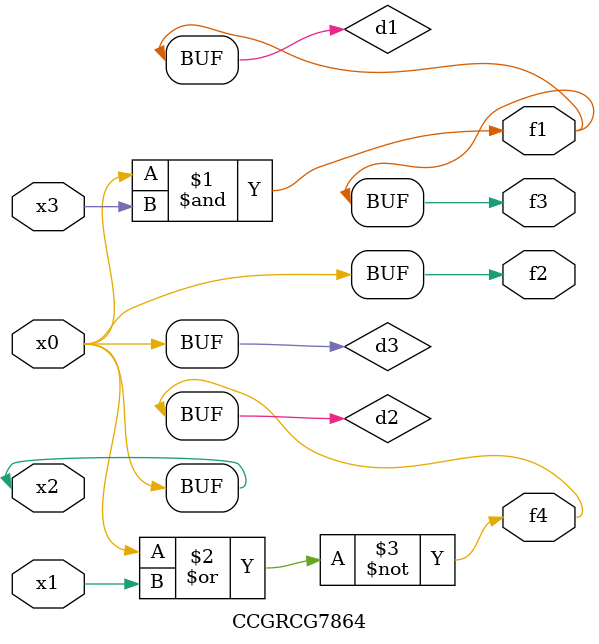
<source format=v>
module CCGRCG7864(
	input x0, x1, x2, x3,
	output f1, f2, f3, f4
);

	wire d1, d2, d3;

	and (d1, x2, x3);
	nor (d2, x0, x1);
	buf (d3, x0, x2);
	assign f1 = d1;
	assign f2 = d3;
	assign f3 = d1;
	assign f4 = d2;
endmodule

</source>
